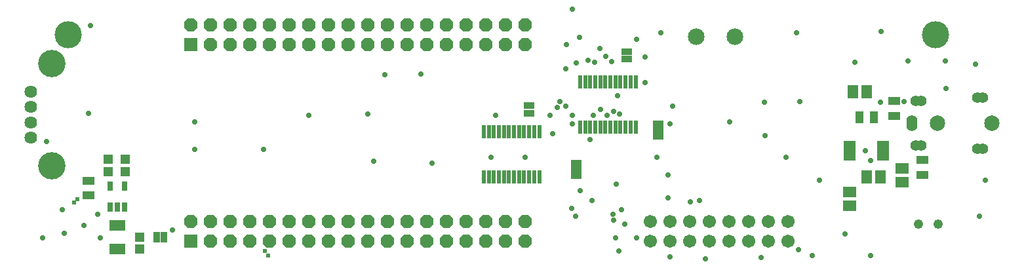
<source format=gbr>
G04 EAGLE Gerber RS-274X export*
G75*
%MOMM*%
%FSLAX34Y34*%
%LPD*%
%INSoldermask Bottom*%
%IPPOS*%
%AMOC8*
5,1,8,0,0,1.08239X$1,22.5*%
G01*
%ADD10C,3.505200*%
%ADD11R,1.727200X1.727200*%
%ADD12P,1.869504X8X22.500000*%
%ADD13C,1.701800*%
%ADD14R,0.558800X1.676400*%
%ADD15R,1.473200X0.965200*%
%ADD16R,1.473200X0.838200*%
%ADD17C,1.625600*%
%ADD18C,3.530600*%
%ADD19C,1.993900*%
%ADD20C,1.422400*%
%ADD21C,1.219200*%
%ADD22R,1.653200X1.353200*%
%ADD23R,1.625600X0.482600*%
%ADD24R,1.353200X1.653200*%
%ADD25R,1.503200X1.103200*%
%ADD26R,1.103200X1.503200*%
%ADD27C,2.146300*%
%ADD28R,0.965200X1.473200*%
%ADD29R,0.703200X1.208800*%
%ADD30R,1.203200X1.153200*%
%ADD31R,2.003200X1.353200*%
%ADD32C,0.728200*%
%ADD33C,0.609600*%


D10*
X66040Y306070D03*
X1186180Y306070D03*
D11*
X224200Y39110D03*
D12*
X224200Y64510D03*
X249600Y39110D03*
X249600Y64510D03*
X275000Y39110D03*
X275000Y64510D03*
X300400Y39110D03*
X300400Y64510D03*
X325800Y39110D03*
X325800Y64510D03*
X351200Y39110D03*
X351200Y64510D03*
X376600Y39110D03*
X376600Y64510D03*
X402000Y39110D03*
X402000Y64510D03*
X427400Y39110D03*
X427400Y64510D03*
X452800Y39110D03*
X452800Y64510D03*
X478200Y39110D03*
X478200Y64510D03*
X503600Y39110D03*
X503600Y64510D03*
X529000Y39110D03*
X529000Y64510D03*
X554400Y39110D03*
X554400Y64510D03*
X579800Y39110D03*
X579800Y64510D03*
X605200Y39110D03*
X605200Y64510D03*
X630600Y39110D03*
X630600Y64510D03*
X656000Y39110D03*
X656000Y64510D03*
D11*
X224200Y293110D03*
D12*
X224200Y318510D03*
X249600Y293110D03*
X249600Y318510D03*
X275000Y293110D03*
X275000Y318510D03*
X300400Y293110D03*
X300400Y318510D03*
X325800Y293110D03*
X325800Y318510D03*
X351200Y293110D03*
X351200Y318510D03*
X376600Y293110D03*
X376600Y318510D03*
X402000Y293110D03*
X402000Y318510D03*
X427400Y293110D03*
X427400Y318510D03*
X452800Y293110D03*
X452800Y318510D03*
X478200Y293110D03*
X478200Y318510D03*
X503600Y293110D03*
X503600Y318510D03*
X529000Y293110D03*
X529000Y318510D03*
X554400Y293110D03*
X554400Y318510D03*
X579800Y293110D03*
X579800Y318510D03*
X605200Y293110D03*
X605200Y318510D03*
X630600Y293110D03*
X630600Y318510D03*
X656000Y293110D03*
X656000Y318510D03*
D13*
X995680Y64770D03*
X995680Y39370D03*
X970280Y64770D03*
X970280Y39370D03*
X944880Y64770D03*
X944880Y39370D03*
X919480Y64770D03*
X919480Y39370D03*
X894080Y64770D03*
X894080Y39370D03*
X868680Y64770D03*
X868680Y39370D03*
X843280Y64770D03*
X843280Y39370D03*
X817880Y64770D03*
X817880Y39370D03*
D14*
X799020Y186690D03*
X792520Y186690D03*
X786020Y186690D03*
X779520Y186690D03*
X773020Y186690D03*
X766520Y186690D03*
X760020Y186690D03*
X753520Y186690D03*
X747020Y186690D03*
X740520Y186690D03*
X734020Y186690D03*
X727520Y186690D03*
X727520Y245110D03*
X734020Y245110D03*
X740520Y245110D03*
X747020Y245110D03*
X753520Y245110D03*
X760020Y245110D03*
X766520Y245110D03*
X773020Y245110D03*
X779520Y245110D03*
X786020Y245110D03*
X792520Y245110D03*
X799020Y245110D03*
X674560Y121920D03*
X668060Y121920D03*
X661560Y121920D03*
X655060Y121920D03*
X648560Y121920D03*
X642060Y121920D03*
X635560Y121920D03*
X629060Y121920D03*
X622560Y121920D03*
X616060Y121920D03*
X609560Y121920D03*
X603060Y121920D03*
X603060Y180340D03*
X609560Y180340D03*
X616060Y180340D03*
X622560Y180340D03*
X629060Y180340D03*
X635560Y180340D03*
X642060Y180340D03*
X648560Y180340D03*
X655060Y180340D03*
X661560Y180340D03*
X668060Y180340D03*
X674560Y180340D03*
D15*
X661670Y204724D03*
X661670Y214376D03*
D16*
X722630Y140208D03*
X722630Y132080D03*
X722630Y123952D03*
D15*
X787400Y274574D03*
X787400Y284226D03*
D16*
X828040Y191008D03*
X828040Y182880D03*
X828040Y174752D03*
D17*
X17780Y172720D03*
X17780Y192786D03*
X17780Y212598D03*
X17780Y232664D03*
D18*
X44958Y136906D03*
X44958Y268478D03*
D19*
X1259078Y191770D03*
X1189228Y191770D03*
D20*
X1156208Y188214D03*
X1156208Y195326D03*
X1167638Y163322D03*
X1160780Y163322D03*
X1167638Y220218D03*
X1160780Y220218D03*
X1247648Y224790D03*
X1240790Y224790D03*
X1247648Y158750D03*
X1240790Y158750D03*
D21*
X1164590Y61214D03*
X1189990Y61214D03*
D22*
X1143000Y115460D03*
X1143000Y133460D03*
D23*
X1118997Y166210D03*
X1118997Y161210D03*
X1118997Y156210D03*
X1118997Y151210D03*
X1118997Y146210D03*
X1075563Y146210D03*
X1075563Y151210D03*
X1075563Y156210D03*
X1075563Y161210D03*
X1075563Y166210D03*
D24*
X1097170Y121920D03*
X1115170Y121920D03*
D22*
X1075690Y102980D03*
X1075690Y84980D03*
D25*
X1169670Y125120D03*
X1169670Y144120D03*
D24*
X1079390Y232410D03*
X1097390Y232410D03*
D25*
X1132840Y220320D03*
X1132840Y201320D03*
D26*
X1087780Y199390D03*
X1106780Y199390D03*
D27*
X927100Y303530D03*
X877062Y303530D03*
D28*
X190246Y44450D03*
X180594Y44450D03*
D29*
X139040Y82992D03*
X129540Y82992D03*
X120040Y82992D03*
X120040Y110048D03*
X139040Y110048D03*
D30*
X118110Y129160D03*
X118110Y145160D03*
X139700Y129160D03*
X139700Y145160D03*
D31*
X129540Y29450D03*
X129540Y59450D03*
D30*
X158750Y44830D03*
X158750Y28830D03*
D25*
X92710Y98450D03*
X92710Y117450D03*
D32*
X229870Y193040D03*
X229870Y157480D03*
X318770Y157480D03*
X377190Y201930D03*
X453390Y203200D03*
X461010Y142240D03*
X535940Y139700D03*
X612140Y147320D03*
X656590Y147320D03*
X618490Y201930D03*
X688340Y201930D03*
X692150Y177800D03*
X727710Y104140D03*
X742950Y91440D03*
X800100Y43180D03*
X777240Y26670D03*
X889000Y16510D03*
X961390Y17780D03*
X1027430Y20320D03*
X1102360Y20320D03*
X1069340Y48260D03*
X1243330Y71120D03*
X1250950Y118110D03*
X1036320Y118110D03*
X966470Y175260D03*
X965200Y218440D03*
X1010920Y219710D03*
X1007110Y308610D03*
X1116330Y309880D03*
X1115060Y218440D03*
X1238250Y267970D03*
X1198880Y271780D03*
X1150620Y271780D03*
X1082040Y270510D03*
X831850Y308610D03*
X811530Y276860D03*
X847090Y213360D03*
X95250Y317500D03*
X92710Y204470D03*
X107950Y43180D03*
X104140Y73660D03*
X33020Y43180D03*
X60960Y49530D03*
X58420Y80010D03*
X38100Y167640D03*
X708660Y261620D03*
X722630Y269240D03*
X775970Y227330D03*
X200660Y53340D03*
X86360Y59690D03*
X993140Y147320D03*
X709930Y293370D03*
X717550Y339090D03*
X521970Y255496D03*
X474980Y254000D03*
X1009650Y27940D03*
X740410Y170180D03*
X762000Y201930D03*
X716280Y81958D03*
X784860Y60960D03*
X773430Y43180D03*
X840740Y124460D03*
X840740Y95024D03*
X826770Y147320D03*
X769620Y73830D03*
X869950Y90170D03*
X781050Y80010D03*
X744220Y201930D03*
X753745Y209452D03*
X770890Y207010D03*
X778510Y203200D03*
X920750Y193040D03*
X843280Y190500D03*
X773738Y113338D03*
X800100Y299720D03*
X708660Y213360D03*
X768310Y271203D03*
X701040Y219710D03*
X760422Y277822D03*
X697596Y212456D03*
X753110Y288290D03*
X746491Y270779D03*
X737657Y273050D03*
X726818Y302638D03*
X721360Y71346D03*
X881380Y91440D03*
X770890Y66266D03*
X843280Y19050D03*
X1200150Y236220D03*
X1145822Y219710D03*
X1096010Y156210D03*
D33*
X78330Y93570D03*
X320040Y26670D03*
X73660Y88900D03*
X324710Y20730D03*
D32*
X1102360Y143510D03*
X811530Y243840D03*
X717550Y190500D03*
X717550Y201775D03*
M02*

</source>
